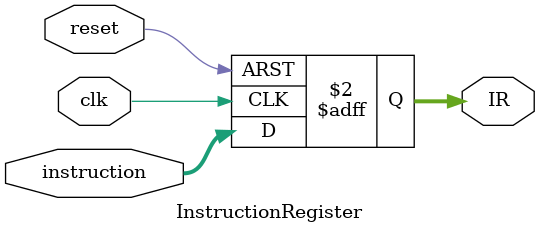
<source format=v>
module InstructionRegister (
    input wire clk,
    input wire reset,
    input wire [31:0] instruction,
    output reg [31:0] IR
);

always @(posedge clk or posedge reset) begin
    if (reset) begin
        IR <= 32'h0;
    end else begin
        IR <= instruction;
    end
end

endmodule

</source>
